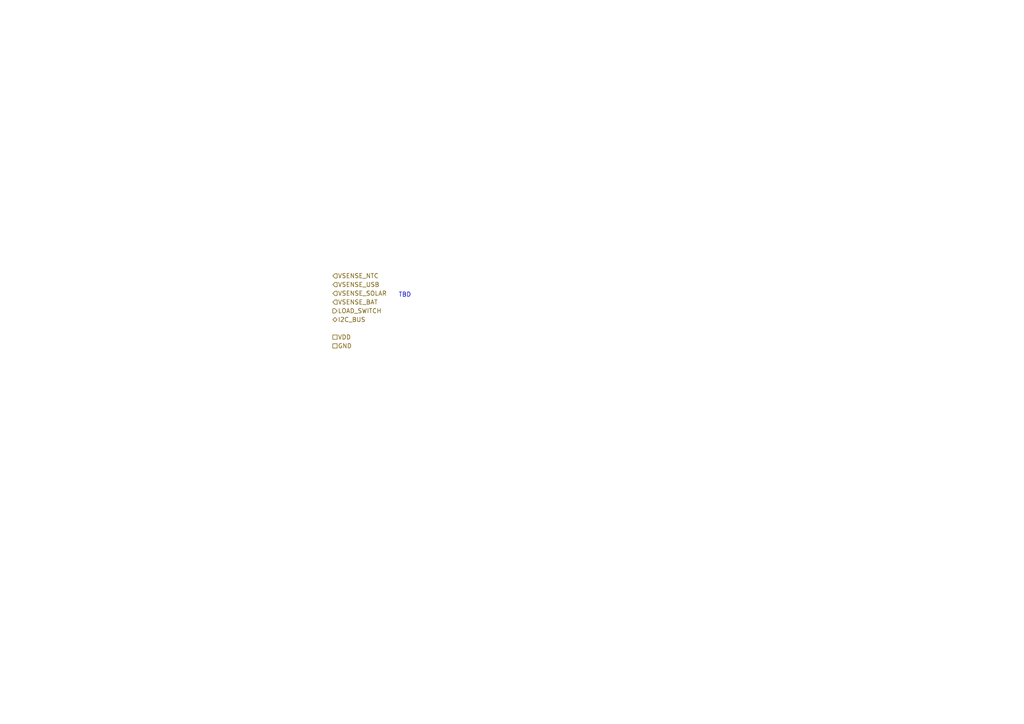
<source format=kicad_sch>
(kicad_sch (version 20211123) (generator eeschema)
  (paper "A4")
  (title_block (title "MCU") (date "2022-02-07") (rev "0.0.2"))
  (lib_symbols)
  (text "TBD" (at 115.57 86.36 0) (effects (font (size 1.27 1.27)) (justify left bottom)))
  (hierarchical_label "GND" (shape passive) (at 96.52 100.33 0))
  (hierarchical_label "I2C_BUS" (shape bidirectional) (at 96.52 92.71 0))
  (hierarchical_label "VSENSE_SOLAR" (shape input) (at 96.52 85.09 0))
  (hierarchical_label "LOAD_SWITCH" (shape output) (at 96.52 90.17 0))
  (hierarchical_label "VSENSE_USB" (shape input) (at 96.52 82.55 0))
  (hierarchical_label "VSENSE_NTC" (shape input) (at 96.52 80.01 0))
  (hierarchical_label "VSENSE_BAT" (shape input) (at 96.52 87.63 0))
  (hierarchical_label "VDD" (shape passive) (at 96.52 97.79 0))
)
</source>
